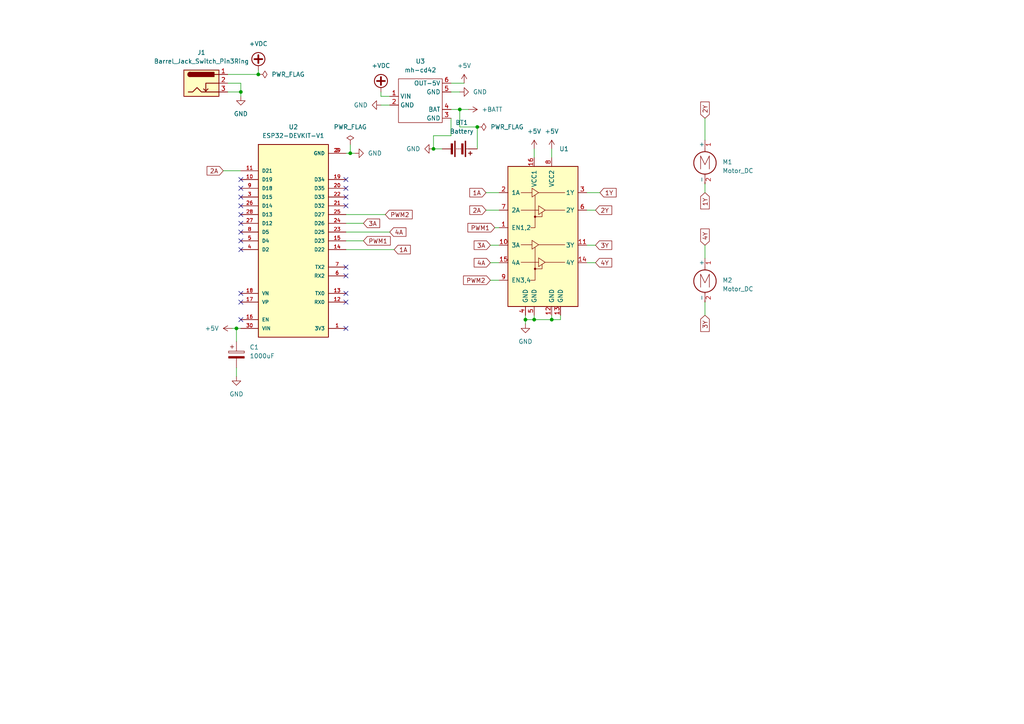
<source format=kicad_sch>
(kicad_sch (version 20230121) (generator eeschema)

  (uuid d75c6b62-2d52-4dbb-9f8c-ee0a240f9ddc)

  (paper "A4")

  (lib_symbols
    (symbol "Connector:Barrel_Jack_Switch_Pin3Ring" (pin_names hide) (in_bom yes) (on_board yes)
      (property "Reference" "J" (at 0 5.334 0)
        (effects (font (size 1.27 1.27)))
      )
      (property "Value" "Barrel_Jack_Switch_Pin3Ring" (at 0 -5.08 0)
        (effects (font (size 1.27 1.27)))
      )
      (property "Footprint" "" (at 1.27 -1.016 0)
        (effects (font (size 1.27 1.27)) hide)
      )
      (property "Datasheet" "~" (at 1.27 -1.016 0)
        (effects (font (size 1.27 1.27)) hide)
      )
      (property "ki_keywords" "DC power barrel jack connector" (at 0 0 0)
        (effects (font (size 1.27 1.27)) hide)
      )
      (property "ki_description" "DC Barrel Jack with an internal switch" (at 0 0 0)
        (effects (font (size 1.27 1.27)) hide)
      )
      (property "ki_fp_filters" "BarrelJack*" (at 0 0 0)
        (effects (font (size 1.27 1.27)) hide)
      )
      (symbol "Barrel_Jack_Switch_Pin3Ring_0_1"
        (rectangle (start -5.08 3.81) (end 5.08 -3.81)
          (stroke (width 0.254) (type default))
          (fill (type background))
        )
        (arc (start -3.302 3.175) (mid -3.9343 2.54) (end -3.302 1.905)
          (stroke (width 0.254) (type default))
          (fill (type none))
        )
        (arc (start -3.302 3.175) (mid -3.9343 2.54) (end -3.302 1.905)
          (stroke (width 0.254) (type default))
          (fill (type outline))
        )
        (polyline
          (pts
            (xy 1.27 -2.286)
            (xy 1.905 -1.651)
          )
          (stroke (width 0.254) (type default))
          (fill (type none))
        )
        (polyline
          (pts
            (xy 5.08 2.54)
            (xy 3.81 2.54)
          )
          (stroke (width 0.254) (type default))
          (fill (type none))
        )
        (polyline
          (pts
            (xy 5.08 0)
            (xy 1.27 0)
            (xy 1.27 -2.286)
            (xy 0.635 -1.651)
          )
          (stroke (width 0.254) (type default))
          (fill (type none))
        )
        (polyline
          (pts
            (xy -3.81 -2.54)
            (xy -2.54 -2.54)
            (xy -1.27 -1.27)
            (xy 0 -2.54)
            (xy 2.54 -2.54)
            (xy 5.08 -2.54)
          )
          (stroke (width 0.254) (type default))
          (fill (type none))
        )
        (rectangle (start 3.683 3.175) (end -3.302 1.905)
          (stroke (width 0.254) (type default))
          (fill (type outline))
        )
      )
      (symbol "Barrel_Jack_Switch_Pin3Ring_1_1"
        (pin passive line (at 7.62 2.54 180) (length 2.54)
          (name "~" (effects (font (size 1.27 1.27))))
          (number "1" (effects (font (size 1.27 1.27))))
        )
        (pin passive line (at 7.62 0 180) (length 2.54)
          (name "~" (effects (font (size 1.27 1.27))))
          (number "2" (effects (font (size 1.27 1.27))))
        )
        (pin passive line (at 7.62 -2.54 180) (length 2.54)
          (name "~" (effects (font (size 1.27 1.27))))
          (number "3" (effects (font (size 1.27 1.27))))
        )
      )
    )
    (symbol "Device:Battery" (pin_numbers hide) (pin_names (offset 0) hide) (in_bom yes) (on_board yes)
      (property "Reference" "BT" (at 2.54 2.54 0)
        (effects (font (size 1.27 1.27)) (justify left))
      )
      (property "Value" "Battery" (at 2.54 0 0)
        (effects (font (size 1.27 1.27)) (justify left))
      )
      (property "Footprint" "" (at 0 1.524 90)
        (effects (font (size 1.27 1.27)) hide)
      )
      (property "Datasheet" "~" (at 0 1.524 90)
        (effects (font (size 1.27 1.27)) hide)
      )
      (property "ki_keywords" "batt voltage-source cell" (at 0 0 0)
        (effects (font (size 1.27 1.27)) hide)
      )
      (property "ki_description" "Multiple-cell battery" (at 0 0 0)
        (effects (font (size 1.27 1.27)) hide)
      )
      (symbol "Battery_0_1"
        (rectangle (start -2.286 -1.27) (end 2.286 -1.524)
          (stroke (width 0) (type default))
          (fill (type outline))
        )
        (rectangle (start -2.286 1.778) (end 2.286 1.524)
          (stroke (width 0) (type default))
          (fill (type outline))
        )
        (rectangle (start -1.524 -2.032) (end 1.524 -2.54)
          (stroke (width 0) (type default))
          (fill (type outline))
        )
        (rectangle (start -1.524 1.016) (end 1.524 0.508)
          (stroke (width 0) (type default))
          (fill (type outline))
        )
        (polyline
          (pts
            (xy 0 -1.016)
            (xy 0 -0.762)
          )
          (stroke (width 0) (type default))
          (fill (type none))
        )
        (polyline
          (pts
            (xy 0 -0.508)
            (xy 0 -0.254)
          )
          (stroke (width 0) (type default))
          (fill (type none))
        )
        (polyline
          (pts
            (xy 0 0)
            (xy 0 0.254)
          )
          (stroke (width 0) (type default))
          (fill (type none))
        )
        (polyline
          (pts
            (xy 0 1.778)
            (xy 0 2.54)
          )
          (stroke (width 0) (type default))
          (fill (type none))
        )
        (polyline
          (pts
            (xy 0.762 3.048)
            (xy 1.778 3.048)
          )
          (stroke (width 0.254) (type default))
          (fill (type none))
        )
        (polyline
          (pts
            (xy 1.27 3.556)
            (xy 1.27 2.54)
          )
          (stroke (width 0.254) (type default))
          (fill (type none))
        )
      )
      (symbol "Battery_1_1"
        (pin passive line (at 0 5.08 270) (length 2.54)
          (name "+" (effects (font (size 1.27 1.27))))
          (number "1" (effects (font (size 1.27 1.27))))
        )
        (pin passive line (at 0 -5.08 90) (length 2.54)
          (name "-" (effects (font (size 1.27 1.27))))
          (number "2" (effects (font (size 1.27 1.27))))
        )
      )
    )
    (symbol "Device:C_Polarized" (pin_numbers hide) (pin_names (offset 0.254)) (in_bom yes) (on_board yes)
      (property "Reference" "C" (at 0.635 2.54 0)
        (effects (font (size 1.27 1.27)) (justify left))
      )
      (property "Value" "C_Polarized" (at 0.635 -2.54 0)
        (effects (font (size 1.27 1.27)) (justify left))
      )
      (property "Footprint" "" (at 0.9652 -3.81 0)
        (effects (font (size 1.27 1.27)) hide)
      )
      (property "Datasheet" "~" (at 0 0 0)
        (effects (font (size 1.27 1.27)) hide)
      )
      (property "ki_keywords" "cap capacitor" (at 0 0 0)
        (effects (font (size 1.27 1.27)) hide)
      )
      (property "ki_description" "Polarized capacitor" (at 0 0 0)
        (effects (font (size 1.27 1.27)) hide)
      )
      (property "ki_fp_filters" "CP_*" (at 0 0 0)
        (effects (font (size 1.27 1.27)) hide)
      )
      (symbol "C_Polarized_0_1"
        (rectangle (start -2.286 0.508) (end 2.286 1.016)
          (stroke (width 0) (type default))
          (fill (type none))
        )
        (polyline
          (pts
            (xy -1.778 2.286)
            (xy -0.762 2.286)
          )
          (stroke (width 0) (type default))
          (fill (type none))
        )
        (polyline
          (pts
            (xy -1.27 2.794)
            (xy -1.27 1.778)
          )
          (stroke (width 0) (type default))
          (fill (type none))
        )
        (rectangle (start 2.286 -0.508) (end -2.286 -1.016)
          (stroke (width 0) (type default))
          (fill (type outline))
        )
      )
      (symbol "C_Polarized_1_1"
        (pin passive line (at 0 3.81 270) (length 2.794)
          (name "~" (effects (font (size 1.27 1.27))))
          (number "1" (effects (font (size 1.27 1.27))))
        )
        (pin passive line (at 0 -3.81 90) (length 2.794)
          (name "~" (effects (font (size 1.27 1.27))))
          (number "2" (effects (font (size 1.27 1.27))))
        )
      )
    )
    (symbol "Driver_Motor:L293D" (pin_names (offset 1.016)) (in_bom yes) (on_board yes)
      (property "Reference" "U" (at -5.08 26.035 0)
        (effects (font (size 1.27 1.27)) (justify right))
      )
      (property "Value" "L293D" (at -5.08 24.13 0)
        (effects (font (size 1.27 1.27)) (justify right))
      )
      (property "Footprint" "Package_DIP:DIP-16_W7.62mm" (at 6.35 -19.05 0)
        (effects (font (size 1.27 1.27)) (justify left) hide)
      )
      (property "Datasheet" "http://www.ti.com/lit/ds/symlink/l293.pdf" (at -7.62 17.78 0)
        (effects (font (size 1.27 1.27)) hide)
      )
      (property "ki_keywords" "Half-H Driver Motor" (at 0 0 0)
        (effects (font (size 1.27 1.27)) hide)
      )
      (property "ki_description" "Quadruple Half-H Drivers" (at 0 0 0)
        (effects (font (size 1.27 1.27)) hide)
      )
      (property "ki_fp_filters" "DIP*W7.62mm*" (at 0 0 0)
        (effects (font (size 1.27 1.27)) hide)
      )
      (symbol "L293D_0_1"
        (rectangle (start -10.16 22.86) (end 10.16 -17.78)
          (stroke (width 0.254) (type default))
          (fill (type background))
        )
        (circle (center -2.286 -6.858) (radius 0.254)
          (stroke (width 0) (type default))
          (fill (type outline))
        )
        (circle (center -2.286 8.255) (radius 0.254)
          (stroke (width 0) (type default))
          (fill (type outline))
        )
        (polyline
          (pts
            (xy -6.35 -4.953)
            (xy -1.27 -4.953)
          )
          (stroke (width 0) (type default))
          (fill (type none))
        )
        (polyline
          (pts
            (xy -6.35 0.127)
            (xy -3.175 0.127)
          )
          (stroke (width 0) (type default))
          (fill (type none))
        )
        (polyline
          (pts
            (xy -6.35 10.16)
            (xy -1.27 10.16)
          )
          (stroke (width 0) (type default))
          (fill (type none))
        )
        (polyline
          (pts
            (xy -6.35 15.24)
            (xy -3.175 15.24)
          )
          (stroke (width 0) (type default))
          (fill (type none))
        )
        (polyline
          (pts
            (xy -1.27 0.127)
            (xy 6.35 0.127)
          )
          (stroke (width 0) (type default))
          (fill (type none))
        )
        (polyline
          (pts
            (xy -1.27 15.24)
            (xy 6.35 15.24)
          )
          (stroke (width 0) (type default))
          (fill (type none))
        )
        (polyline
          (pts
            (xy 0.635 -4.953)
            (xy 6.35 -4.953)
          )
          (stroke (width 0) (type default))
          (fill (type none))
        )
        (polyline
          (pts
            (xy 0.635 10.16)
            (xy 6.35 10.16)
          )
          (stroke (width 0) (type default))
          (fill (type none))
        )
        (polyline
          (pts
            (xy -2.286 -6.858)
            (xy -0.254 -6.858)
            (xy -0.254 -5.588)
          )
          (stroke (width 0) (type default))
          (fill (type none))
        )
        (polyline
          (pts
            (xy -2.286 -0.635)
            (xy -2.286 -10.16)
            (xy -3.556 -10.16)
          )
          (stroke (width 0) (type default))
          (fill (type none))
        )
        (polyline
          (pts
            (xy -2.286 8.255)
            (xy -0.254 8.255)
            (xy -0.254 9.525)
          )
          (stroke (width 0) (type default))
          (fill (type none))
        )
        (polyline
          (pts
            (xy -2.286 14.478)
            (xy -2.286 5.08)
            (xy -3.556 5.08)
          )
          (stroke (width 0) (type default))
          (fill (type none))
        )
        (polyline
          (pts
            (xy -3.175 1.397)
            (xy -3.175 -1.143)
            (xy -1.27 0.127)
            (xy -3.175 1.397)
          )
          (stroke (width 0) (type default))
          (fill (type none))
        )
        (polyline
          (pts
            (xy -3.175 16.51)
            (xy -3.175 13.97)
            (xy -1.27 15.24)
            (xy -3.175 16.51)
          )
          (stroke (width 0) (type default))
          (fill (type none))
        )
        (polyline
          (pts
            (xy -1.27 -3.683)
            (xy -1.27 -6.223)
            (xy 0.635 -4.953)
            (xy -1.27 -3.683)
          )
          (stroke (width 0) (type default))
          (fill (type none))
        )
        (polyline
          (pts
            (xy -1.27 11.43)
            (xy -1.27 8.89)
            (xy 0.635 10.16)
            (xy -1.27 11.43)
          )
          (stroke (width 0) (type default))
          (fill (type none))
        )
      )
      (symbol "L293D_1_1"
        (pin input line (at -12.7 5.08 0) (length 2.54)
          (name "EN1,2" (effects (font (size 1.27 1.27))))
          (number "1" (effects (font (size 1.27 1.27))))
        )
        (pin input line (at -12.7 0 0) (length 2.54)
          (name "3A" (effects (font (size 1.27 1.27))))
          (number "10" (effects (font (size 1.27 1.27))))
        )
        (pin output line (at 12.7 0 180) (length 2.54)
          (name "3Y" (effects (font (size 1.27 1.27))))
          (number "11" (effects (font (size 1.27 1.27))))
        )
        (pin power_in line (at 2.54 -20.32 90) (length 2.54)
          (name "GND" (effects (font (size 1.27 1.27))))
          (number "12" (effects (font (size 1.27 1.27))))
        )
        (pin power_in line (at 5.08 -20.32 90) (length 2.54)
          (name "GND" (effects (font (size 1.27 1.27))))
          (number "13" (effects (font (size 1.27 1.27))))
        )
        (pin output line (at 12.7 -5.08 180) (length 2.54)
          (name "4Y" (effects (font (size 1.27 1.27))))
          (number "14" (effects (font (size 1.27 1.27))))
        )
        (pin input line (at -12.7 -5.08 0) (length 2.54)
          (name "4A" (effects (font (size 1.27 1.27))))
          (number "15" (effects (font (size 1.27 1.27))))
        )
        (pin power_in line (at -2.54 25.4 270) (length 2.54)
          (name "VCC1" (effects (font (size 1.27 1.27))))
          (number "16" (effects (font (size 1.27 1.27))))
        )
        (pin input line (at -12.7 15.24 0) (length 2.54)
          (name "1A" (effects (font (size 1.27 1.27))))
          (number "2" (effects (font (size 1.27 1.27))))
        )
        (pin output line (at 12.7 15.24 180) (length 2.54)
          (name "1Y" (effects (font (size 1.27 1.27))))
          (number "3" (effects (font (size 1.27 1.27))))
        )
        (pin power_in line (at -5.08 -20.32 90) (length 2.54)
          (name "GND" (effects (font (size 1.27 1.27))))
          (number "4" (effects (font (size 1.27 1.27))))
        )
        (pin power_in line (at -2.54 -20.32 90) (length 2.54)
          (name "GND" (effects (font (size 1.27 1.27))))
          (number "5" (effects (font (size 1.27 1.27))))
        )
        (pin output line (at 12.7 10.16 180) (length 2.54)
          (name "2Y" (effects (font (size 1.27 1.27))))
          (number "6" (effects (font (size 1.27 1.27))))
        )
        (pin input line (at -12.7 10.16 0) (length 2.54)
          (name "2A" (effects (font (size 1.27 1.27))))
          (number "7" (effects (font (size 1.27 1.27))))
        )
        (pin power_in line (at 2.54 25.4 270) (length 2.54)
          (name "VCC2" (effects (font (size 1.27 1.27))))
          (number "8" (effects (font (size 1.27 1.27))))
        )
        (pin input line (at -12.7 -10.16 0) (length 2.54)
          (name "EN3,4" (effects (font (size 1.27 1.27))))
          (number "9" (effects (font (size 1.27 1.27))))
        )
      )
    )
    (symbol "ESP32-DEVKIT-V1:ESP32-DEVKIT-V1" (pin_names (offset 1.016)) (in_bom yes) (on_board yes)
      (property "Reference" "U" (at -10.16 30.48 0)
        (effects (font (size 1.27 1.27)) (justify left top))
      )
      (property "Value" "ESP32-DEVKIT-V1" (at -10.16 -30.48 0)
        (effects (font (size 1.27 1.27)) (justify left bottom))
      )
      (property "Footprint" "ESP32-DEVKIT-V1:MODULE_ESP32_DEVKIT_V1" (at 0 0 0)
        (effects (font (size 1.27 1.27)) (justify bottom) hide)
      )
      (property "Datasheet" "" (at 0 0 0)
        (effects (font (size 1.27 1.27)) hide)
      )
      (property "MF" "Do it" (at 0 0 0)
        (effects (font (size 1.27 1.27)) (justify bottom) hide)
      )
      (property "MAXIMUM_PACKAGE_HEIGHT" "6.8 mm" (at 0 0 0)
        (effects (font (size 1.27 1.27)) (justify bottom) hide)
      )
      (property "Package" "None" (at 0 0 0)
        (effects (font (size 1.27 1.27)) (justify bottom) hide)
      )
      (property "Price" "None" (at 0 0 0)
        (effects (font (size 1.27 1.27)) (justify bottom) hide)
      )
      (property "Check_prices" "https://www.snapeda.com/parts/ESP32-DEVKIT-V1/Do+it/view-part/?ref=eda" (at 0 0 0)
        (effects (font (size 1.27 1.27)) (justify bottom) hide)
      )
      (property "STANDARD" "Manufacturer Recommendations" (at 0 0 0)
        (effects (font (size 1.27 1.27)) (justify bottom) hide)
      )
      (property "PARTREV" "N/A" (at 0 0 0)
        (effects (font (size 1.27 1.27)) (justify bottom) hide)
      )
      (property "SnapEDA_Link" "https://www.snapeda.com/parts/ESP32-DEVKIT-V1/Do+it/view-part/?ref=snap" (at 0 0 0)
        (effects (font (size 1.27 1.27)) (justify bottom) hide)
      )
      (property "MP" "ESP32-DEVKIT-V1" (at 0 0 0)
        (effects (font (size 1.27 1.27)) (justify bottom) hide)
      )
      (property "Description" "Doble núcleo, Wi-Fi: 2,4 GHz hasta 150 Mbits/s, BLE (Bluetooth Low Energy) y Bluetooth heredado, 32 bits, hasta 240 MHz" (at 0 0 0)
        (effects (font (size 1.27 1.27)) (justify bottom) hide)
      )
      (property "Availability" "Not in stock" (at 0 0 0)
        (effects (font (size 1.27 1.27)) (justify bottom) hide)
      )
      (property "MANUFACTURER" "DOIT" (at 0 0 0)
        (effects (font (size 1.27 1.27)) (justify bottom) hide)
      )
      (symbol "ESP32-DEVKIT-V1_0_0"
        (rectangle (start -10.16 -27.94) (end 10.16 27.94)
          (stroke (width 0.254) (type default))
          (fill (type background))
        )
        (pin output line (at 15.24 25.4 180) (length 5.08)
          (name "3V3" (effects (font (size 1.016 1.016))))
          (number "1" (effects (font (size 1.016 1.016))))
        )
        (pin bidirectional line (at -15.24 -17.78 0) (length 5.08)
          (name "D19" (effects (font (size 1.016 1.016))))
          (number "10" (effects (font (size 1.016 1.016))))
        )
        (pin bidirectional line (at -15.24 -20.32 0) (length 5.08)
          (name "D21" (effects (font (size 1.016 1.016))))
          (number "11" (effects (font (size 1.016 1.016))))
        )
        (pin input line (at 15.24 17.78 180) (length 5.08)
          (name "RX0" (effects (font (size 1.016 1.016))))
          (number "12" (effects (font (size 1.016 1.016))))
        )
        (pin output line (at 15.24 15.24 180) (length 5.08)
          (name "TX0" (effects (font (size 1.016 1.016))))
          (number "13" (effects (font (size 1.016 1.016))))
        )
        (pin bidirectional line (at 15.24 2.54 180) (length 5.08)
          (name "D22" (effects (font (size 1.016 1.016))))
          (number "14" (effects (font (size 1.016 1.016))))
        )
        (pin bidirectional line (at 15.24 0 180) (length 5.08)
          (name "D23" (effects (font (size 1.016 1.016))))
          (number "15" (effects (font (size 1.016 1.016))))
        )
        (pin input line (at -15.24 22.86 0) (length 5.08)
          (name "EN" (effects (font (size 1.016 1.016))))
          (number "16" (effects (font (size 1.016 1.016))))
        )
        (pin bidirectional line (at -15.24 17.78 0) (length 5.08)
          (name "VP" (effects (font (size 1.016 1.016))))
          (number "17" (effects (font (size 1.016 1.016))))
        )
        (pin bidirectional line (at -15.24 15.24 0) (length 5.08)
          (name "VN" (effects (font (size 1.016 1.016))))
          (number "18" (effects (font (size 1.016 1.016))))
        )
        (pin bidirectional line (at 15.24 -17.78 180) (length 5.08)
          (name "D34" (effects (font (size 1.016 1.016))))
          (number "19" (effects (font (size 1.016 1.016))))
        )
        (pin power_in line (at 15.24 -25.4 180) (length 5.08)
          (name "GND" (effects (font (size 1.016 1.016))))
          (number "2" (effects (font (size 1.016 1.016))))
        )
        (pin bidirectional line (at 15.24 -15.24 180) (length 5.08)
          (name "D35" (effects (font (size 1.016 1.016))))
          (number "20" (effects (font (size 1.016 1.016))))
        )
        (pin bidirectional line (at 15.24 -10.16 180) (length 5.08)
          (name "D32" (effects (font (size 1.016 1.016))))
          (number "21" (effects (font (size 1.016 1.016))))
        )
        (pin bidirectional line (at 15.24 -12.7 180) (length 5.08)
          (name "D33" (effects (font (size 1.016 1.016))))
          (number "22" (effects (font (size 1.016 1.016))))
        )
        (pin bidirectional line (at 15.24 -2.54 180) (length 5.08)
          (name "D25" (effects (font (size 1.016 1.016))))
          (number "23" (effects (font (size 1.016 1.016))))
        )
        (pin bidirectional line (at 15.24 -5.08 180) (length 5.08)
          (name "D26" (effects (font (size 1.016 1.016))))
          (number "24" (effects (font (size 1.016 1.016))))
        )
        (pin bidirectional line (at 15.24 -7.62 180) (length 5.08)
          (name "D27" (effects (font (size 1.016 1.016))))
          (number "25" (effects (font (size 1.016 1.016))))
        )
        (pin bidirectional line (at -15.24 -10.16 0) (length 5.08)
          (name "D14" (effects (font (size 1.016 1.016))))
          (number "26" (effects (font (size 1.016 1.016))))
        )
        (pin bidirectional line (at -15.24 -5.08 0) (length 5.08)
          (name "D12" (effects (font (size 1.016 1.016))))
          (number "27" (effects (font (size 1.016 1.016))))
        )
        (pin bidirectional line (at -15.24 -7.62 0) (length 5.08)
          (name "D13" (effects (font (size 1.016 1.016))))
          (number "28" (effects (font (size 1.016 1.016))))
        )
        (pin power_in line (at 15.24 -25.4 180) (length 5.08)
          (name "GND" (effects (font (size 1.016 1.016))))
          (number "29" (effects (font (size 1.016 1.016))))
        )
        (pin bidirectional line (at -15.24 -12.7 0) (length 5.08)
          (name "D15" (effects (font (size 1.016 1.016))))
          (number "3" (effects (font (size 1.016 1.016))))
        )
        (pin input line (at -15.24 25.4 0) (length 5.08)
          (name "VIN" (effects (font (size 1.016 1.016))))
          (number "30" (effects (font (size 1.016 1.016))))
        )
        (pin bidirectional line (at -15.24 2.54 0) (length 5.08)
          (name "D2" (effects (font (size 1.016 1.016))))
          (number "4" (effects (font (size 1.016 1.016))))
        )
        (pin bidirectional line (at -15.24 0 0) (length 5.08)
          (name "D4" (effects (font (size 1.016 1.016))))
          (number "5" (effects (font (size 1.016 1.016))))
        )
        (pin input line (at 15.24 10.16 180) (length 5.08)
          (name "RX2" (effects (font (size 1.016 1.016))))
          (number "6" (effects (font (size 1.016 1.016))))
        )
        (pin output line (at 15.24 7.62 180) (length 5.08)
          (name "TX2" (effects (font (size 1.016 1.016))))
          (number "7" (effects (font (size 1.016 1.016))))
        )
        (pin bidirectional line (at -15.24 -2.54 0) (length 5.08)
          (name "D5" (effects (font (size 1.016 1.016))))
          (number "8" (effects (font (size 1.016 1.016))))
        )
        (pin bidirectional line (at -15.24 -15.24 0) (length 5.08)
          (name "D18" (effects (font (size 1.016 1.016))))
          (number "9" (effects (font (size 1.016 1.016))))
        )
      )
    )
    (symbol "Motor:Motor_DC" (pin_names (offset 0)) (in_bom yes) (on_board yes)
      (property "Reference" "M" (at 2.54 2.54 0)
        (effects (font (size 1.27 1.27)) (justify left))
      )
      (property "Value" "Motor_DC" (at 2.54 -5.08 0)
        (effects (font (size 1.27 1.27)) (justify left top))
      )
      (property "Footprint" "" (at 0 -2.286 0)
        (effects (font (size 1.27 1.27)) hide)
      )
      (property "Datasheet" "~" (at 0 -2.286 0)
        (effects (font (size 1.27 1.27)) hide)
      )
      (property "ki_keywords" "DC Motor" (at 0 0 0)
        (effects (font (size 1.27 1.27)) hide)
      )
      (property "ki_description" "DC Motor" (at 0 0 0)
        (effects (font (size 1.27 1.27)) hide)
      )
      (property "ki_fp_filters" "PinHeader*P2.54mm* TerminalBlock*" (at 0 0 0)
        (effects (font (size 1.27 1.27)) hide)
      )
      (symbol "Motor_DC_0_0"
        (polyline
          (pts
            (xy -1.27 -3.302)
            (xy -1.27 0.508)
            (xy 0 -2.032)
            (xy 1.27 0.508)
            (xy 1.27 -3.302)
          )
          (stroke (width 0) (type default))
          (fill (type none))
        )
      )
      (symbol "Motor_DC_0_1"
        (circle (center 0 -1.524) (radius 3.2512)
          (stroke (width 0.254) (type default))
          (fill (type none))
        )
        (polyline
          (pts
            (xy 0 -7.62)
            (xy 0 -7.112)
          )
          (stroke (width 0) (type default))
          (fill (type none))
        )
        (polyline
          (pts
            (xy 0 -4.7752)
            (xy 0 -5.1816)
          )
          (stroke (width 0) (type default))
          (fill (type none))
        )
        (polyline
          (pts
            (xy 0 1.7272)
            (xy 0 2.0828)
          )
          (stroke (width 0) (type default))
          (fill (type none))
        )
        (polyline
          (pts
            (xy 0 2.032)
            (xy 0 2.54)
          )
          (stroke (width 0) (type default))
          (fill (type none))
        )
      )
      (symbol "Motor_DC_1_1"
        (pin passive line (at 0 5.08 270) (length 2.54)
          (name "+" (effects (font (size 1.27 1.27))))
          (number "1" (effects (font (size 1.27 1.27))))
        )
        (pin passive line (at 0 -7.62 90) (length 2.54)
          (name "-" (effects (font (size 1.27 1.27))))
          (number "2" (effects (font (size 1.27 1.27))))
        )
      )
    )
    (symbol "cd42:mh-cd42" (in_bom yes) (on_board yes)
      (property "Reference" "U" (at 0 7.62 0)
        (effects (font (size 1.27 1.27)))
      )
      (property "Value" "mh-cd42" (at 0 -7.62 0)
        (effects (font (size 1.27 1.27)))
      )
      (property "Footprint" "" (at -1.27 5.08 0)
        (effects (font (size 1.27 1.27)) hide)
      )
      (property "Datasheet" "" (at -1.27 5.08 0)
        (effects (font (size 1.27 1.27)) hide)
      )
      (symbol "mh-cd42_0_1"
        (rectangle (start -6.35 6.35) (end 6.35 -6.35)
          (stroke (width 0) (type default))
          (fill (type none))
        )
      )
      (symbol "mh-cd42_1_1"
        (pin power_in line (at -8.89 1.27 0) (length 2.54)
          (name "VIN" (effects (font (size 1.27 1.27))))
          (number "1" (effects (font (size 1.27 1.27))))
        )
        (pin passive line (at -8.89 -1.27 0) (length 2.54)
          (name "GND" (effects (font (size 1.27 1.27))))
          (number "2" (effects (font (size 1.27 1.27))))
        )
        (pin passive line (at 8.89 -5.08 180) (length 2.54)
          (name "GND" (effects (font (size 1.27 1.27))))
          (number "3" (effects (font (size 1.27 1.27))))
        )
        (pin passive line (at 8.89 -2.54 180) (length 2.54)
          (name "BAT" (effects (font (size 1.27 1.27))))
          (number "4" (effects (font (size 1.27 1.27))))
        )
        (pin passive line (at 8.89 2.54 180) (length 2.54)
          (name "GND" (effects (font (size 1.27 1.27))))
          (number "5" (effects (font (size 1.27 1.27))))
        )
        (pin power_out line (at 8.89 5.08 180) (length 2.54)
          (name "OUT-5V" (effects (font (size 1.27 1.27))))
          (number "6" (effects (font (size 1.27 1.27))))
        )
      )
    )
    (symbol "power:+5V" (power) (pin_names (offset 0)) (in_bom yes) (on_board yes)
      (property "Reference" "#PWR" (at 0 -3.81 0)
        (effects (font (size 1.27 1.27)) hide)
      )
      (property "Value" "+5V" (at 0 3.556 0)
        (effects (font (size 1.27 1.27)))
      )
      (property "Footprint" "" (at 0 0 0)
        (effects (font (size 1.27 1.27)) hide)
      )
      (property "Datasheet" "" (at 0 0 0)
        (effects (font (size 1.27 1.27)) hide)
      )
      (property "ki_keywords" "global power" (at 0 0 0)
        (effects (font (size 1.27 1.27)) hide)
      )
      (property "ki_description" "Power symbol creates a global label with name \"+5V\"" (at 0 0 0)
        (effects (font (size 1.27 1.27)) hide)
      )
      (symbol "+5V_0_1"
        (polyline
          (pts
            (xy -0.762 1.27)
            (xy 0 2.54)
          )
          (stroke (width 0) (type default))
          (fill (type none))
        )
        (polyline
          (pts
            (xy 0 0)
            (xy 0 2.54)
          )
          (stroke (width 0) (type default))
          (fill (type none))
        )
        (polyline
          (pts
            (xy 0 2.54)
            (xy 0.762 1.27)
          )
          (stroke (width 0) (type default))
          (fill (type none))
        )
      )
      (symbol "+5V_1_1"
        (pin power_in line (at 0 0 90) (length 0) hide
          (name "+5V" (effects (font (size 1.27 1.27))))
          (number "1" (effects (font (size 1.27 1.27))))
        )
      )
    )
    (symbol "power:+BATT" (power) (pin_names (offset 0)) (in_bom yes) (on_board yes)
      (property "Reference" "#PWR" (at 0 -3.81 0)
        (effects (font (size 1.27 1.27)) hide)
      )
      (property "Value" "+BATT" (at 0 3.556 0)
        (effects (font (size 1.27 1.27)))
      )
      (property "Footprint" "" (at 0 0 0)
        (effects (font (size 1.27 1.27)) hide)
      )
      (property "Datasheet" "" (at 0 0 0)
        (effects (font (size 1.27 1.27)) hide)
      )
      (property "ki_keywords" "global power battery" (at 0 0 0)
        (effects (font (size 1.27 1.27)) hide)
      )
      (property "ki_description" "Power symbol creates a global label with name \"+BATT\"" (at 0 0 0)
        (effects (font (size 1.27 1.27)) hide)
      )
      (symbol "+BATT_0_1"
        (polyline
          (pts
            (xy -0.762 1.27)
            (xy 0 2.54)
          )
          (stroke (width 0) (type default))
          (fill (type none))
        )
        (polyline
          (pts
            (xy 0 0)
            (xy 0 2.54)
          )
          (stroke (width 0) (type default))
          (fill (type none))
        )
        (polyline
          (pts
            (xy 0 2.54)
            (xy 0.762 1.27)
          )
          (stroke (width 0) (type default))
          (fill (type none))
        )
      )
      (symbol "+BATT_1_1"
        (pin power_in line (at 0 0 90) (length 0) hide
          (name "+BATT" (effects (font (size 1.27 1.27))))
          (number "1" (effects (font (size 1.27 1.27))))
        )
      )
    )
    (symbol "power:+VDC" (power) (pin_names (offset 0)) (in_bom yes) (on_board yes)
      (property "Reference" "#PWR" (at 0 -2.54 0)
        (effects (font (size 1.27 1.27)) hide)
      )
      (property "Value" "+VDC" (at 0 6.35 0)
        (effects (font (size 1.27 1.27)))
      )
      (property "Footprint" "" (at 0 0 0)
        (effects (font (size 1.27 1.27)) hide)
      )
      (property "Datasheet" "" (at 0 0 0)
        (effects (font (size 1.27 1.27)) hide)
      )
      (property "ki_keywords" "global power" (at 0 0 0)
        (effects (font (size 1.27 1.27)) hide)
      )
      (property "ki_description" "Power symbol creates a global label with name \"+VDC\"" (at 0 0 0)
        (effects (font (size 1.27 1.27)) hide)
      )
      (symbol "+VDC_0_1"
        (polyline
          (pts
            (xy -1.143 3.175)
            (xy 1.143 3.175)
          )
          (stroke (width 0.508) (type default))
          (fill (type none))
        )
        (polyline
          (pts
            (xy 0 0)
            (xy 0 1.27)
          )
          (stroke (width 0) (type default))
          (fill (type none))
        )
        (polyline
          (pts
            (xy 0 2.032)
            (xy 0 4.318)
          )
          (stroke (width 0.508) (type default))
          (fill (type none))
        )
        (circle (center 0 3.175) (radius 1.905)
          (stroke (width 0.254) (type default))
          (fill (type none))
        )
      )
      (symbol "+VDC_1_1"
        (pin power_in line (at 0 0 90) (length 0) hide
          (name "+VDC" (effects (font (size 1.27 1.27))))
          (number "1" (effects (font (size 1.27 1.27))))
        )
      )
    )
    (symbol "power:GND" (power) (pin_names (offset 0)) (in_bom yes) (on_board yes)
      (property "Reference" "#PWR" (at 0 -6.35 0)
        (effects (font (size 1.27 1.27)) hide)
      )
      (property "Value" "GND" (at 0 -3.81 0)
        (effects (font (size 1.27 1.27)))
      )
      (property "Footprint" "" (at 0 0 0)
        (effects (font (size 1.27 1.27)) hide)
      )
      (property "Datasheet" "" (at 0 0 0)
        (effects (font (size 1.27 1.27)) hide)
      )
      (property "ki_keywords" "global power" (at 0 0 0)
        (effects (font (size 1.27 1.27)) hide)
      )
      (property "ki_description" "Power symbol creates a global label with name \"GND\" , ground" (at 0 0 0)
        (effects (font (size 1.27 1.27)) hide)
      )
      (symbol "GND_0_1"
        (polyline
          (pts
            (xy 0 0)
            (xy 0 -1.27)
            (xy 1.27 -1.27)
            (xy 0 -2.54)
            (xy -1.27 -1.27)
            (xy 0 -1.27)
          )
          (stroke (width 0) (type default))
          (fill (type none))
        )
      )
      (symbol "GND_1_1"
        (pin power_in line (at 0 0 270) (length 0) hide
          (name "GND" (effects (font (size 1.27 1.27))))
          (number "1" (effects (font (size 1.27 1.27))))
        )
      )
    )
    (symbol "power:PWR_FLAG" (power) (pin_numbers hide) (pin_names (offset 0) hide) (in_bom yes) (on_board yes)
      (property "Reference" "#FLG" (at 0 1.905 0)
        (effects (font (size 1.27 1.27)) hide)
      )
      (property "Value" "PWR_FLAG" (at 0 3.81 0)
        (effects (font (size 1.27 1.27)))
      )
      (property "Footprint" "" (at 0 0 0)
        (effects (font (size 1.27 1.27)) hide)
      )
      (property "Datasheet" "~" (at 0 0 0)
        (effects (font (size 1.27 1.27)) hide)
      )
      (property "ki_keywords" "flag power" (at 0 0 0)
        (effects (font (size 1.27 1.27)) hide)
      )
      (property "ki_description" "Special symbol for telling ERC where power comes from" (at 0 0 0)
        (effects (font (size 1.27 1.27)) hide)
      )
      (symbol "PWR_FLAG_0_0"
        (pin power_out line (at 0 0 90) (length 0)
          (name "pwr" (effects (font (size 1.27 1.27))))
          (number "1" (effects (font (size 1.27 1.27))))
        )
      )
      (symbol "PWR_FLAG_0_1"
        (polyline
          (pts
            (xy 0 0)
            (xy 0 1.27)
            (xy -1.016 1.905)
            (xy 0 2.54)
            (xy 1.016 1.905)
            (xy 0 1.27)
          )
          (stroke (width 0) (type default))
          (fill (type none))
        )
      )
    )
  )

  (junction (at 154.94 92.71) (diameter 0) (color 0 0 0 0)
    (uuid 15de19a1-2c97-4bef-8bbf-d33b2b600877)
  )
  (junction (at 74.93 21.59) (diameter 0) (color 0 0 0 0)
    (uuid 546f8a00-e18a-4f75-9e0d-98b52016cf0a)
  )
  (junction (at 138.43 36.83) (diameter 0) (color 0 0 0 0)
    (uuid 5fe89db2-3e3f-4ab5-8642-46d06f7a7f6c)
  )
  (junction (at 101.6 44.45) (diameter 0) (color 0 0 0 0)
    (uuid 644dfa67-6d04-46e0-ba73-bc5ea779a1da)
  )
  (junction (at 69.85 26.67) (diameter 0) (color 0 0 0 0)
    (uuid 69a3aac8-bd1f-4d7a-80d7-2135b568638e)
  )
  (junction (at 133.35 31.75) (diameter 0) (color 0 0 0 0)
    (uuid 6ceee72a-9aca-46e2-b897-c2c8f8ee45a2)
  )
  (junction (at 68.58 95.25) (diameter 0) (color 0 0 0 0)
    (uuid 8dfa6c35-fcf3-49f9-9d1e-81b03573e1aa)
  )
  (junction (at 160.02 92.71) (diameter 0) (color 0 0 0 0)
    (uuid b6edec35-d723-4c7d-b7a5-2c35de6f0ff0)
  )
  (junction (at 125.73 43.18) (diameter 0) (color 0 0 0 0)
    (uuid bec50c55-07ef-4895-b05f-e5e3b18f1244)
  )
  (junction (at 152.4 92.71) (diameter 0) (color 0 0 0 0)
    (uuid c8d47b69-4c95-47a2-862a-b869afe6118f)
  )

  (no_connect (at 69.85 54.61) (uuid 07ee778e-8d89-4408-b643-1c8acf30ea99))
  (no_connect (at 69.85 85.09) (uuid 0da10f55-3e15-437d-83f2-92e8769f2415))
  (no_connect (at 69.85 57.15) (uuid 179f030c-520c-4b11-b5cd-faf7619fcd13))
  (no_connect (at 100.33 95.25) (uuid 26d9b50c-0aab-4e8e-815c-2b971f2698c5))
  (no_connect (at 100.33 52.07) (uuid 2af4c3f4-a5cd-4401-aa1b-c8d5291d62a0))
  (no_connect (at 100.33 57.15) (uuid 4ac3e62e-8bd7-4830-bc2c-c52d20feecec))
  (no_connect (at 69.85 64.77) (uuid 5e9d0957-f49b-4754-b7fe-2109855a0bdf))
  (no_connect (at 100.33 54.61) (uuid 73c0cb61-15b4-452e-9fd4-d91be64fe957))
  (no_connect (at 69.85 87.63) (uuid 7882498f-4516-41c5-9421-3f7f966c29e4))
  (no_connect (at 69.85 59.69) (uuid 7a047554-b687-4905-bfa3-04be42891cc9))
  (no_connect (at 100.33 59.69) (uuid 7d719715-9444-4f1f-9f53-bc78a4f02e26))
  (no_connect (at 100.33 87.63) (uuid 8691d81e-3128-4133-8be3-1bc2a22ba93e))
  (no_connect (at 69.85 52.07) (uuid 8afb826d-e60c-4bc7-8f9b-5f389e0a7e53))
  (no_connect (at 69.85 67.31) (uuid b1ae8afa-4dd2-4b3f-bde7-e43adddabee6))
  (no_connect (at 69.85 62.23) (uuid b8253d63-e4ee-45a8-955b-ced35e755caf))
  (no_connect (at 69.85 69.85) (uuid c98c04eb-2c84-468b-b511-53f9dc0bf1c5))
  (no_connect (at 100.33 80.01) (uuid cbbe2bca-21af-4935-8cfd-022d39e943f5))
  (no_connect (at 100.33 77.47) (uuid d07f00bb-4ff9-4db7-ae4e-7e6035460466))
  (no_connect (at 69.85 72.39) (uuid e1710cbe-2718-498d-94a0-a15809b562f7))
  (no_connect (at 69.85 92.71) (uuid e3373a33-7783-4d88-af81-495d7caf4b4d))
  (no_connect (at 100.33 85.09) (uuid ed661293-f5c5-4884-b248-4aa6dbc12384))

  (wire (pts (xy 100.33 67.31) (xy 113.03 67.31))
    (stroke (width 0) (type default))
    (uuid 0070d6e4-3d18-4b96-bf1f-f70fa8343fc7)
  )
  (wire (pts (xy 111.76 62.23) (xy 100.33 62.23))
    (stroke (width 0) (type default))
    (uuid 00e3a79b-6d2f-4e62-9e96-b8e7326bdc7c)
  )
  (wire (pts (xy 74.93 20.32) (xy 74.93 21.59))
    (stroke (width 0) (type default))
    (uuid 01ccaf1d-3937-4703-8628-2b474ecce03e)
  )
  (wire (pts (xy 105.41 64.77) (xy 100.33 64.77))
    (stroke (width 0) (type default))
    (uuid 07ee15e7-e053-43e9-b8d1-eb1bc721231f)
  )
  (wire (pts (xy 125.73 39.37) (xy 130.81 39.37))
    (stroke (width 0) (type default))
    (uuid 10d1fc2c-97aa-4ef3-8755-fe28b85668b9)
  )
  (wire (pts (xy 74.93 21.59) (xy 66.04 21.59))
    (stroke (width 0) (type default))
    (uuid 121aec53-859f-4187-97b1-799441639a44)
  )
  (wire (pts (xy 130.81 24.13) (xy 134.62 24.13))
    (stroke (width 0) (type default))
    (uuid 17a9528c-2682-4d9c-8b20-c4b4dc86cc10)
  )
  (wire (pts (xy 130.81 31.75) (xy 133.35 31.75))
    (stroke (width 0) (type default))
    (uuid 1b5824e0-b8bd-489f-a434-8e8013fc4ec8)
  )
  (wire (pts (xy 130.81 39.37) (xy 130.81 34.29))
    (stroke (width 0) (type default))
    (uuid 2a1148d3-f887-4540-b130-40e018abfc6f)
  )
  (wire (pts (xy 133.35 31.75) (xy 133.35 36.83))
    (stroke (width 0) (type default))
    (uuid 2e81280e-c523-4e0a-9664-16b150499b6a)
  )
  (wire (pts (xy 101.6 44.45) (xy 102.87 44.45))
    (stroke (width 0) (type default))
    (uuid 34268480-235f-48b2-9e2e-80c2356dd7e1)
  )
  (wire (pts (xy 68.58 106.68) (xy 68.58 109.22))
    (stroke (width 0) (type default))
    (uuid 35a7f5ac-3860-4d6d-afda-c80c31e1806d)
  )
  (wire (pts (xy 138.43 36.83) (xy 138.43 43.18))
    (stroke (width 0) (type default))
    (uuid 375b724e-467f-4b9d-81a9-e67978f780ea)
  )
  (wire (pts (xy 64.77 49.53) (xy 69.85 49.53))
    (stroke (width 0) (type default))
    (uuid 3897c4ed-5788-4f53-a414-e4203d2f743b)
  )
  (wire (pts (xy 143.51 66.04) (xy 144.78 66.04))
    (stroke (width 0) (type default))
    (uuid 3b483d0b-f788-416e-91a7-870ccd5ecb97)
  )
  (wire (pts (xy 128.27 43.18) (xy 125.73 43.18))
    (stroke (width 0) (type default))
    (uuid 4699f135-1c64-4fed-ab66-b5ec34b4a299)
  )
  (wire (pts (xy 142.24 76.2) (xy 144.78 76.2))
    (stroke (width 0) (type default))
    (uuid 476d27c1-3ddf-42ef-a374-adbc99d87dd9)
  )
  (wire (pts (xy 204.47 87.63) (xy 204.47 91.44))
    (stroke (width 0) (type default))
    (uuid 4e8b7da2-92b9-42c0-bb5a-da844b538424)
  )
  (wire (pts (xy 68.58 95.25) (xy 68.58 99.06))
    (stroke (width 0) (type default))
    (uuid 50c91b96-02ae-4b97-92ca-a675a095dd60)
  )
  (wire (pts (xy 68.58 95.25) (xy 69.85 95.25))
    (stroke (width 0) (type default))
    (uuid 5b297acd-8684-427f-b351-384d9821a375)
  )
  (wire (pts (xy 66.04 26.67) (xy 69.85 26.67))
    (stroke (width 0) (type default))
    (uuid 5dc40018-cc72-4b23-af59-ef53359538d7)
  )
  (wire (pts (xy 133.35 31.75) (xy 135.89 31.75))
    (stroke (width 0) (type default))
    (uuid 6a5a61c4-4620-4b58-a948-e2a20431e492)
  )
  (wire (pts (xy 154.94 92.71) (xy 154.94 91.44))
    (stroke (width 0) (type default))
    (uuid 6ce3eae5-878e-42b7-91a1-6668456de4eb)
  )
  (wire (pts (xy 110.49 30.48) (xy 113.03 30.48))
    (stroke (width 0) (type default))
    (uuid 6ef35184-eb00-4643-971e-ba1acc8d01a4)
  )
  (wire (pts (xy 67.31 95.25) (xy 68.58 95.25))
    (stroke (width 0) (type default))
    (uuid 72159737-bcb7-48ba-9f2a-9d862ab081d8)
  )
  (wire (pts (xy 204.47 34.29) (xy 204.47 40.64))
    (stroke (width 0) (type default))
    (uuid 7b1f35d5-4904-4cf2-bb35-8a1fcd057607)
  )
  (wire (pts (xy 172.72 60.96) (xy 170.18 60.96))
    (stroke (width 0) (type default))
    (uuid 7b5d8b4e-b347-4adc-910b-6cdba3b804a3)
  )
  (wire (pts (xy 133.35 36.83) (xy 138.43 36.83))
    (stroke (width 0) (type default))
    (uuid 85a06bc0-2cad-4f06-84d5-ce433a12f06a)
  )
  (wire (pts (xy 152.4 92.71) (xy 154.94 92.71))
    (stroke (width 0) (type default))
    (uuid 85d9ed07-cc0b-48f3-99d4-81bb2f1d123e)
  )
  (wire (pts (xy 140.97 55.88) (xy 144.78 55.88))
    (stroke (width 0) (type default))
    (uuid 8702307d-37f0-47ec-b86a-673bb3351cd1)
  )
  (wire (pts (xy 140.97 60.96) (xy 144.78 60.96))
    (stroke (width 0) (type default))
    (uuid 8b719128-1998-482f-8997-1f207092f38e)
  )
  (wire (pts (xy 125.73 43.18) (xy 125.73 39.37))
    (stroke (width 0) (type default))
    (uuid 8cadb847-11e6-4a56-8b44-b46f548c59ac)
  )
  (wire (pts (xy 101.6 41.91) (xy 101.6 44.45))
    (stroke (width 0) (type default))
    (uuid 90cb70a0-71bc-4f25-bdc8-9e7aea4f163f)
  )
  (wire (pts (xy 110.49 27.94) (xy 113.03 27.94))
    (stroke (width 0) (type default))
    (uuid 92471217-3738-4453-983b-43b91ff8b267)
  )
  (wire (pts (xy 69.85 27.94) (xy 69.85 26.67))
    (stroke (width 0) (type default))
    (uuid 93fffcea-235c-4ba7-b2de-6db209823e94)
  )
  (wire (pts (xy 204.47 53.34) (xy 204.47 55.88))
    (stroke (width 0) (type default))
    (uuid 95fdf3c1-fd32-4ea8-ab21-123354d1aafe)
  )
  (wire (pts (xy 114.3 72.39) (xy 100.33 72.39))
    (stroke (width 0) (type default))
    (uuid 97642d30-a000-4619-b846-78db26703eab)
  )
  (wire (pts (xy 69.85 24.13) (xy 66.04 24.13))
    (stroke (width 0) (type default))
    (uuid 98c0387c-5a52-42f5-95f5-54305e36ada8)
  )
  (wire (pts (xy 162.56 92.71) (xy 160.02 92.71))
    (stroke (width 0) (type default))
    (uuid 9c9dcaf5-b3e8-4c2f-9db1-76afc2cbc97a)
  )
  (wire (pts (xy 160.02 43.18) (xy 160.02 45.72))
    (stroke (width 0) (type default))
    (uuid 9db39b73-e147-4bac-90f4-943ca18094ce)
  )
  (wire (pts (xy 160.02 91.44) (xy 160.02 92.71))
    (stroke (width 0) (type default))
    (uuid 9f5ca93a-6d14-46aa-a59d-4fc7a5ef58d8)
  )
  (wire (pts (xy 152.4 92.71) (xy 152.4 93.98))
    (stroke (width 0) (type default))
    (uuid a3928663-ee11-44f5-81b4-ffba29641aa4)
  )
  (wire (pts (xy 130.81 26.67) (xy 133.35 26.67))
    (stroke (width 0) (type default))
    (uuid aa533be8-573b-4327-98c7-e3bb357989b5)
  )
  (wire (pts (xy 110.49 26.67) (xy 110.49 27.94))
    (stroke (width 0) (type default))
    (uuid ab3734d5-affe-4bd0-9a07-56c95b4a2758)
  )
  (wire (pts (xy 160.02 92.71) (xy 154.94 92.71))
    (stroke (width 0) (type default))
    (uuid ae2f307d-d5ee-4dff-99d7-d4aa2acb5a65)
  )
  (wire (pts (xy 173.99 55.88) (xy 170.18 55.88))
    (stroke (width 0) (type default))
    (uuid cb89c34b-c3ac-43bc-bccd-203f19a60112)
  )
  (wire (pts (xy 142.24 71.12) (xy 144.78 71.12))
    (stroke (width 0) (type default))
    (uuid cfbaecde-7bcb-47fa-8805-0a4ecc02c826)
  )
  (wire (pts (xy 154.94 43.18) (xy 154.94 45.72))
    (stroke (width 0) (type default))
    (uuid d0c4834a-08dd-4a78-88fd-4e80927e38b4)
  )
  (wire (pts (xy 172.72 71.12) (xy 170.18 71.12))
    (stroke (width 0) (type default))
    (uuid d51e5940-e2cf-4aa8-9fa9-f9d2273c34e2)
  )
  (wire (pts (xy 100.33 44.45) (xy 101.6 44.45))
    (stroke (width 0) (type default))
    (uuid d6efa015-2622-4417-a166-17624a9322a3)
  )
  (wire (pts (xy 204.47 71.12) (xy 204.47 74.93))
    (stroke (width 0) (type default))
    (uuid df5c766d-56bf-490b-b6e4-749025cdf7c9)
  )
  (wire (pts (xy 142.24 81.28) (xy 144.78 81.28))
    (stroke (width 0) (type default))
    (uuid e459eb38-437c-41c2-b468-6ff8b8433661)
  )
  (wire (pts (xy 152.4 91.44) (xy 152.4 92.71))
    (stroke (width 0) (type default))
    (uuid eda98b0a-33f6-4cd5-9165-a449811b5625)
  )
  (wire (pts (xy 69.85 26.67) (xy 69.85 24.13))
    (stroke (width 0) (type default))
    (uuid f6a4d631-ce56-4f21-8005-df78f667ead3)
  )
  (wire (pts (xy 105.41 69.85) (xy 100.33 69.85))
    (stroke (width 0) (type default))
    (uuid f8543d2f-5ebc-4096-9d64-073865629e2d)
  )
  (wire (pts (xy 162.56 91.44) (xy 162.56 92.71))
    (stroke (width 0) (type default))
    (uuid f91db6b7-4a3a-472d-be88-a59171f342e0)
  )
  (wire (pts (xy 172.72 76.2) (xy 170.18 76.2))
    (stroke (width 0) (type default))
    (uuid fcd5d0e8-83a1-429c-af0a-a8b772c1ce6f)
  )

  (global_label "2A" (shape input) (at 64.77 49.53 180) (fields_autoplaced)
    (effects (font (size 1.27 1.27)) (justify right))
    (uuid 0af22074-14d5-456f-972c-0cf3dd6a9977)
    (property "Intersheetrefs" "${INTERSHEET_REFS}" (at 59.4867 49.53 0)
      (effects (font (size 1.27 1.27)) (justify right) hide)
    )
  )
  (global_label "4Y" (shape input) (at 172.72 76.2 0) (fields_autoplaced)
    (effects (font (size 1.27 1.27)) (justify left))
    (uuid 1f1dd212-6715-435a-bef6-3d7b6e775aa9)
    (property "Intersheetrefs" "${INTERSHEET_REFS}" (at 178.0033 76.2 0)
      (effects (font (size 1.27 1.27)) (justify left) hide)
    )
  )
  (global_label "2Y" (shape input) (at 204.47 34.29 90) (fields_autoplaced)
    (effects (font (size 1.27 1.27)) (justify left))
    (uuid 2e5e7cd6-94f3-4e6e-868f-5fc3f68ffa3b)
    (property "Intersheetrefs" "${INTERSHEET_REFS}" (at 204.47 29.0067 90)
      (effects (font (size 1.27 1.27)) (justify right) hide)
    )
  )
  (global_label "3A" (shape input) (at 142.24 71.12 180) (fields_autoplaced)
    (effects (font (size 1.27 1.27)) (justify right))
    (uuid 3007f710-146e-4b35-a041-856b00ba8c75)
    (property "Intersheetrefs" "${INTERSHEET_REFS}" (at 136.9567 71.12 0)
      (effects (font (size 1.27 1.27)) (justify right) hide)
    )
  )
  (global_label "PWM1" (shape input) (at 105.41 69.85 0) (fields_autoplaced)
    (effects (font (size 1.27 1.27)) (justify left))
    (uuid 3de40e3e-1654-4ee9-a32e-a1126070ff32)
    (property "Intersheetrefs" "${INTERSHEET_REFS}" (at 113.7775 69.85 0)
      (effects (font (size 1.27 1.27)) (justify left) hide)
    )
  )
  (global_label "1A" (shape input) (at 140.97 55.88 180) (fields_autoplaced)
    (effects (font (size 1.27 1.27)) (justify right))
    (uuid 3e10aa34-a1cd-4b77-9378-dada75c80875)
    (property "Intersheetrefs" "${INTERSHEET_REFS}" (at 135.6867 55.88 0)
      (effects (font (size 1.27 1.27)) (justify right) hide)
    )
  )
  (global_label "3Y" (shape input) (at 204.47 91.44 270) (fields_autoplaced)
    (effects (font (size 1.27 1.27)) (justify right))
    (uuid 409cdf08-d852-4470-82fc-6ce0841f395f)
    (property "Intersheetrefs" "${INTERSHEET_REFS}" (at 204.47 96.7233 90)
      (effects (font (size 1.27 1.27)) (justify right) hide)
    )
  )
  (global_label "1Y" (shape input) (at 204.47 55.88 270) (fields_autoplaced)
    (effects (font (size 1.27 1.27)) (justify right))
    (uuid 485f1b74-e75d-400c-b1ac-7efd00f3a95a)
    (property "Intersheetrefs" "${INTERSHEET_REFS}" (at 204.47 61.1633 90)
      (effects (font (size 1.27 1.27)) (justify left) hide)
    )
  )
  (global_label "4Y" (shape input) (at 204.47 71.12 90) (fields_autoplaced)
    (effects (font (size 1.27 1.27)) (justify left))
    (uuid 4a9143af-20e7-436c-b793-98350c0711ed)
    (property "Intersheetrefs" "${INTERSHEET_REFS}" (at 204.47 65.8367 90)
      (effects (font (size 1.27 1.27)) (justify left) hide)
    )
  )
  (global_label "2A" (shape input) (at 140.97 60.96 180) (fields_autoplaced)
    (effects (font (size 1.27 1.27)) (justify right))
    (uuid 57b960de-84db-4604-bbbb-58ea8aec900a)
    (property "Intersheetrefs" "${INTERSHEET_REFS}" (at 135.6867 60.96 0)
      (effects (font (size 1.27 1.27)) (justify right) hide)
    )
  )
  (global_label "1A" (shape input) (at 114.3 72.39 0) (fields_autoplaced)
    (effects (font (size 1.27 1.27)) (justify left))
    (uuid 64fe02c5-cb16-40b6-966e-0626f07bb508)
    (property "Intersheetrefs" "${INTERSHEET_REFS}" (at 119.5833 72.39 0)
      (effects (font (size 1.27 1.27)) (justify left) hide)
    )
  )
  (global_label "3Y" (shape input) (at 172.72 71.12 0) (fields_autoplaced)
    (effects (font (size 1.27 1.27)) (justify left))
    (uuid 707c17d0-6e1a-48b0-8978-2878e106eeb1)
    (property "Intersheetrefs" "${INTERSHEET_REFS}" (at 178.0033 71.12 0)
      (effects (font (size 1.27 1.27)) (justify left) hide)
    )
  )
  (global_label "4A" (shape input) (at 142.24 76.2 180) (fields_autoplaced)
    (effects (font (size 1.27 1.27)) (justify right))
    (uuid 7adaf8fc-54e0-454b-8727-cee13e607c0e)
    (property "Intersheetrefs" "${INTERSHEET_REFS}" (at 136.9567 76.2 0)
      (effects (font (size 1.27 1.27)) (justify right) hide)
    )
  )
  (global_label "3A" (shape input) (at 105.41 64.77 0) (fields_autoplaced)
    (effects (font (size 1.27 1.27)) (justify left))
    (uuid 7c3d84de-dffa-44a6-b104-e7e44a63fb0d)
    (property "Intersheetrefs" "${INTERSHEET_REFS}" (at 110.6933 64.77 0)
      (effects (font (size 1.27 1.27)) (justify left) hide)
    )
  )
  (global_label "PWM2" (shape input) (at 111.76 62.23 0) (fields_autoplaced)
    (effects (font (size 1.27 1.27)) (justify left))
    (uuid 81804b27-b8b8-425f-8e98-4610e2c5e96f)
    (property "Intersheetrefs" "${INTERSHEET_REFS}" (at 120.1275 62.23 0)
      (effects (font (size 1.27 1.27)) (justify left) hide)
    )
  )
  (global_label "2Y" (shape input) (at 172.72 60.96 0) (fields_autoplaced)
    (effects (font (size 1.27 1.27)) (justify left))
    (uuid 8e078f6f-0388-46f2-8499-9f8cdd5ea7c8)
    (property "Intersheetrefs" "${INTERSHEET_REFS}" (at 178.0033 60.96 0)
      (effects (font (size 1.27 1.27)) (justify left) hide)
    )
  )
  (global_label "1Y" (shape input) (at 173.99 55.88 0) (fields_autoplaced)
    (effects (font (size 1.27 1.27)) (justify left))
    (uuid aa99b3fb-d713-478c-a992-3a1230d24825)
    (property "Intersheetrefs" "${INTERSHEET_REFS}" (at 179.2733 55.88 0)
      (effects (font (size 1.27 1.27)) (justify left) hide)
    )
  )
  (global_label "PWM1" (shape input) (at 143.51 66.04 180) (fields_autoplaced)
    (effects (font (size 1.27 1.27)) (justify right))
    (uuid ab470bca-d3e8-4e52-b1e0-6cb382994e9a)
    (property "Intersheetrefs" "${INTERSHEET_REFS}" (at 135.1425 66.04 0)
      (effects (font (size 1.27 1.27)) (justify right) hide)
    )
  )
  (global_label "PWM2" (shape input) (at 142.24 81.28 180) (fields_autoplaced)
    (effects (font (size 1.27 1.27)) (justify right))
    (uuid d3dc70f0-3197-4b1e-a10b-38e88917ec9f)
    (property "Intersheetrefs" "${INTERSHEET_REFS}" (at 133.8725 81.28 0)
      (effects (font (size 1.27 1.27)) (justify right) hide)
    )
  )
  (global_label "4A" (shape input) (at 113.03 67.31 0) (fields_autoplaced)
    (effects (font (size 1.27 1.27)) (justify left))
    (uuid d8047637-81bb-480d-94a9-9662444d1291)
    (property "Intersheetrefs" "${INTERSHEET_REFS}" (at 118.3133 67.31 0)
      (effects (font (size 1.27 1.27)) (justify left) hide)
    )
  )

  (symbol (lib_id "power:GND") (at 102.87 44.45 90) (unit 1)
    (in_bom yes) (on_board yes) (dnp no) (fields_autoplaced)
    (uuid 09874a1f-2d15-4003-80f1-0131ea465763)
    (property "Reference" "#PWR03" (at 109.22 44.45 0)
      (effects (font (size 1.27 1.27)) hide)
    )
    (property "Value" "GND" (at 106.68 44.45 90)
      (effects (font (size 1.27 1.27)) (justify right))
    )
    (property "Footprint" "" (at 102.87 44.45 0)
      (effects (font (size 1.27 1.27)) hide)
    )
    (property "Datasheet" "" (at 102.87 44.45 0)
      (effects (font (size 1.27 1.27)) hide)
    )
    (pin "1" (uuid 5cdf70d1-90cd-4d2c-aa3f-6d468a11bf11))
    (instances
      (project "rebafloot"
        (path "/d75c6b62-2d52-4dbb-9f8c-ee0a240f9ddc"
          (reference "#PWR03") (unit 1)
        )
      )
    )
  )

  (symbol (lib_id "power:PWR_FLAG") (at 101.6 41.91 0) (unit 1)
    (in_bom yes) (on_board yes) (dnp no) (fields_autoplaced)
    (uuid 099afaa4-17f0-4fbb-8ba5-5dad2f85aa62)
    (property "Reference" "#FLG03" (at 101.6 40.005 0)
      (effects (font (size 1.27 1.27)) hide)
    )
    (property "Value" "PWR_FLAG" (at 101.6 36.83 0)
      (effects (font (size 1.27 1.27)))
    )
    (property "Footprint" "" (at 101.6 41.91 0)
      (effects (font (size 1.27 1.27)) hide)
    )
    (property "Datasheet" "~" (at 101.6 41.91 0)
      (effects (font (size 1.27 1.27)) hide)
    )
    (pin "1" (uuid 84c5bdae-5ff1-4587-9012-1a3f7a4fd01b))
    (instances
      (project "rebafloot"
        (path "/d75c6b62-2d52-4dbb-9f8c-ee0a240f9ddc"
          (reference "#FLG03") (unit 1)
        )
      )
    )
  )

  (symbol (lib_id "power:PWR_FLAG") (at 138.43 36.83 270) (unit 1)
    (in_bom yes) (on_board yes) (dnp no) (fields_autoplaced)
    (uuid 0e640917-4978-4377-8f7f-c83d6e25b1aa)
    (property "Reference" "#FLG02" (at 140.335 36.83 0)
      (effects (font (size 1.27 1.27)) hide)
    )
    (property "Value" "PWR_FLAG" (at 142.24 36.83 90)
      (effects (font (size 1.27 1.27)) (justify left))
    )
    (property "Footprint" "" (at 138.43 36.83 0)
      (effects (font (size 1.27 1.27)) hide)
    )
    (property "Datasheet" "~" (at 138.43 36.83 0)
      (effects (font (size 1.27 1.27)) hide)
    )
    (pin "1" (uuid 92337d01-6ef3-43cd-ab42-f7d5c5f07866))
    (instances
      (project "rebafloot"
        (path "/d75c6b62-2d52-4dbb-9f8c-ee0a240f9ddc"
          (reference "#FLG02") (unit 1)
        )
      )
    )
  )

  (symbol (lib_id "power:GND") (at 125.73 43.18 270) (unit 1)
    (in_bom yes) (on_board yes) (dnp no) (fields_autoplaced)
    (uuid 1835d6f9-e95f-4325-85a5-02673ef7b474)
    (property "Reference" "#PWR09" (at 119.38 43.18 0)
      (effects (font (size 1.27 1.27)) hide)
    )
    (property "Value" "GND" (at 121.92 43.18 90)
      (effects (font (size 1.27 1.27)) (justify right))
    )
    (property "Footprint" "" (at 125.73 43.18 0)
      (effects (font (size 1.27 1.27)) hide)
    )
    (property "Datasheet" "" (at 125.73 43.18 0)
      (effects (font (size 1.27 1.27)) hide)
    )
    (pin "1" (uuid d327b77e-79de-459b-b6a2-9626e3cac0d1))
    (instances
      (project "rebafloot"
        (path "/d75c6b62-2d52-4dbb-9f8c-ee0a240f9ddc"
          (reference "#PWR09") (unit 1)
        )
      )
    )
  )

  (symbol (lib_id "power:+5V") (at 160.02 43.18 0) (unit 1)
    (in_bom yes) (on_board yes) (dnp no) (fields_autoplaced)
    (uuid 1b7cdc21-3050-4547-89b1-760d7cdd6365)
    (property "Reference" "#PWR013" (at 160.02 46.99 0)
      (effects (font (size 1.27 1.27)) hide)
    )
    (property "Value" "+5V" (at 160.02 38.1 0)
      (effects (font (size 1.27 1.27)))
    )
    (property "Footprint" "" (at 160.02 43.18 0)
      (effects (font (size 1.27 1.27)) hide)
    )
    (property "Datasheet" "" (at 160.02 43.18 0)
      (effects (font (size 1.27 1.27)) hide)
    )
    (pin "1" (uuid 1b5ef1fd-b70c-4366-9128-29edd6256786))
    (instances
      (project "rebafloot"
        (path "/d75c6b62-2d52-4dbb-9f8c-ee0a240f9ddc"
          (reference "#PWR013") (unit 1)
        )
      )
    )
  )

  (symbol (lib_id "power:+VDC") (at 74.93 20.32 0) (unit 1)
    (in_bom yes) (on_board yes) (dnp no) (fields_autoplaced)
    (uuid 2dcde6f5-a8d4-4c88-9bbf-eadc2eedaa32)
    (property "Reference" "#PWR010" (at 74.93 22.86 0)
      (effects (font (size 1.27 1.27)) hide)
    )
    (property "Value" "+VDC" (at 74.93 12.7 0)
      (effects (font (size 1.27 1.27)))
    )
    (property "Footprint" "" (at 74.93 20.32 0)
      (effects (font (size 1.27 1.27)) hide)
    )
    (property "Datasheet" "" (at 74.93 20.32 0)
      (effects (font (size 1.27 1.27)) hide)
    )
    (pin "1" (uuid 5e28cfed-1334-47a9-a10d-5369c03f6513))
    (instances
      (project "rebafloot"
        (path "/d75c6b62-2d52-4dbb-9f8c-ee0a240f9ddc"
          (reference "#PWR010") (unit 1)
        )
      )
    )
  )

  (symbol (lib_id "power:+5V") (at 67.31 95.25 90) (unit 1)
    (in_bom yes) (on_board yes) (dnp no) (fields_autoplaced)
    (uuid 36f31adf-0240-4e5d-a3ee-212eea301f1d)
    (property "Reference" "#PWR04" (at 71.12 95.25 0)
      (effects (font (size 1.27 1.27)) hide)
    )
    (property "Value" "+5V" (at 63.5 95.25 90)
      (effects (font (size 1.27 1.27)) (justify left))
    )
    (property "Footprint" "" (at 67.31 95.25 0)
      (effects (font (size 1.27 1.27)) hide)
    )
    (property "Datasheet" "" (at 67.31 95.25 0)
      (effects (font (size 1.27 1.27)) hide)
    )
    (pin "1" (uuid eb624396-aa1c-414c-ab5d-03c755aba044))
    (instances
      (project "rebafloot"
        (path "/d75c6b62-2d52-4dbb-9f8c-ee0a240f9ddc"
          (reference "#PWR04") (unit 1)
        )
      )
    )
  )

  (symbol (lib_id "power:GND") (at 68.58 109.22 0) (unit 1)
    (in_bom yes) (on_board yes) (dnp no) (fields_autoplaced)
    (uuid 3b2403ba-6db2-4fb5-95f7-b88efe542e93)
    (property "Reference" "#PWR014" (at 68.58 115.57 0)
      (effects (font (size 1.27 1.27)) hide)
    )
    (property "Value" "GND" (at 68.58 114.3 0)
      (effects (font (size 1.27 1.27)))
    )
    (property "Footprint" "" (at 68.58 109.22 0)
      (effects (font (size 1.27 1.27)) hide)
    )
    (property "Datasheet" "" (at 68.58 109.22 0)
      (effects (font (size 1.27 1.27)) hide)
    )
    (pin "1" (uuid 6123a05a-56bb-455f-8f33-32466a315d15))
    (instances
      (project "rebafloot"
        (path "/d75c6b62-2d52-4dbb-9f8c-ee0a240f9ddc"
          (reference "#PWR014") (unit 1)
        )
      )
    )
  )

  (symbol (lib_id "power:+VDC") (at 110.49 26.67 0) (unit 1)
    (in_bom yes) (on_board yes) (dnp no) (fields_autoplaced)
    (uuid 4facade0-55d9-461c-a90b-67ade5d7effc)
    (property "Reference" "#PWR08" (at 110.49 29.21 0)
      (effects (font (size 1.27 1.27)) hide)
    )
    (property "Value" "+VDC" (at 110.49 19.05 0)
      (effects (font (size 1.27 1.27)))
    )
    (property "Footprint" "" (at 110.49 26.67 0)
      (effects (font (size 1.27 1.27)) hide)
    )
    (property "Datasheet" "" (at 110.49 26.67 0)
      (effects (font (size 1.27 1.27)) hide)
    )
    (pin "1" (uuid 7d5fbc4f-ba8e-45a6-8215-135f018713e6))
    (instances
      (project "rebafloot"
        (path "/d75c6b62-2d52-4dbb-9f8c-ee0a240f9ddc"
          (reference "#PWR08") (unit 1)
        )
      )
    )
  )

  (symbol (lib_id "Device:C_Polarized") (at 68.58 102.87 0) (unit 1)
    (in_bom yes) (on_board yes) (dnp no) (fields_autoplaced)
    (uuid 632997b5-9fe2-45db-a865-4e94b5022fd4)
    (property "Reference" "C1" (at 72.39 100.711 0)
      (effects (font (size 1.27 1.27)) (justify left))
    )
    (property "Value" "1000uF" (at 72.39 103.251 0)
      (effects (font (size 1.27 1.27)) (justify left))
    )
    (property "Footprint" "Capacitor_THT:CP_Radial_D13.0mm_P5.00mm" (at 69.5452 106.68 0)
      (effects (font (size 1.27 1.27)) hide)
    )
    (property "Datasheet" "~" (at 68.58 102.87 0)
      (effects (font (size 1.27 1.27)) hide)
    )
    (pin "1" (uuid f15f05ae-9618-4be8-bd85-b9de3b88cca4))
    (pin "2" (uuid b72a5035-c802-420e-91a3-c11b6af7924a))
    (instances
      (project "rebafloot"
        (path "/d75c6b62-2d52-4dbb-9f8c-ee0a240f9ddc"
          (reference "C1") (unit 1)
        )
      )
    )
  )

  (symbol (lib_id "power:PWR_FLAG") (at 74.93 21.59 270) (unit 1)
    (in_bom yes) (on_board yes) (dnp no) (fields_autoplaced)
    (uuid 6dc55d4a-c1a3-490a-a799-a5150065ceb4)
    (property "Reference" "#FLG01" (at 76.835 21.59 0)
      (effects (font (size 1.27 1.27)) hide)
    )
    (property "Value" "PWR_FLAG" (at 78.74 21.59 90)
      (effects (font (size 1.27 1.27)) (justify left))
    )
    (property "Footprint" "" (at 74.93 21.59 0)
      (effects (font (size 1.27 1.27)) hide)
    )
    (property "Datasheet" "~" (at 74.93 21.59 0)
      (effects (font (size 1.27 1.27)) hide)
    )
    (pin "1" (uuid 80c1525e-543c-4915-b1f3-463fece1e6b4))
    (instances
      (project "rebafloot"
        (path "/d75c6b62-2d52-4dbb-9f8c-ee0a240f9ddc"
          (reference "#FLG01") (unit 1)
        )
      )
    )
  )

  (symbol (lib_id "power:GND") (at 152.4 93.98 0) (unit 1)
    (in_bom yes) (on_board yes) (dnp no) (fields_autoplaced)
    (uuid 76e69827-d8d8-4afc-9a10-acac6c83844c)
    (property "Reference" "#PWR01" (at 152.4 100.33 0)
      (effects (font (size 1.27 1.27)) hide)
    )
    (property "Value" "GND" (at 152.4 99.06 0)
      (effects (font (size 1.27 1.27)))
    )
    (property "Footprint" "" (at 152.4 93.98 0)
      (effects (font (size 1.27 1.27)) hide)
    )
    (property "Datasheet" "" (at 152.4 93.98 0)
      (effects (font (size 1.27 1.27)) hide)
    )
    (pin "1" (uuid 7cb12ae6-fa5c-42e8-9bd7-f728ed3024cb))
    (instances
      (project "rebafloot"
        (path "/d75c6b62-2d52-4dbb-9f8c-ee0a240f9ddc"
          (reference "#PWR01") (unit 1)
        )
      )
    )
  )

  (symbol (lib_id "Motor:Motor_DC") (at 204.47 80.01 0) (unit 1)
    (in_bom yes) (on_board yes) (dnp no) (fields_autoplaced)
    (uuid 7711dbbb-e031-441e-adf9-f33d2a3e46b4)
    (property "Reference" "M2" (at 209.55 81.28 0)
      (effects (font (size 1.27 1.27)) (justify left))
    )
    (property "Value" "Motor_DC" (at 209.55 83.82 0)
      (effects (font (size 1.27 1.27)) (justify left))
    )
    (property "Footprint" "Connector_PinHeader_2.54mm:PinHeader_1x02_P2.54mm_Vertical" (at 204.47 82.296 0)
      (effects (font (size 1.27 1.27)) hide)
    )
    (property "Datasheet" "~" (at 204.47 82.296 0)
      (effects (font (size 1.27 1.27)) hide)
    )
    (pin "1" (uuid 49719f37-7782-41ee-97f6-94a6cf306104))
    (pin "2" (uuid b5dce0e2-5fe8-4cb5-bd11-96d1da6ce287))
    (instances
      (project "rebafloot"
        (path "/d75c6b62-2d52-4dbb-9f8c-ee0a240f9ddc"
          (reference "M2") (unit 1)
        )
      )
    )
  )

  (symbol (lib_id "power:GND") (at 69.85 27.94 0) (unit 1)
    (in_bom yes) (on_board yes) (dnp no) (fields_autoplaced)
    (uuid 78d52d2d-d904-4f40-81cb-17b3eab72cd9)
    (property "Reference" "#PWR011" (at 69.85 34.29 0)
      (effects (font (size 1.27 1.27)) hide)
    )
    (property "Value" "GND" (at 69.85 33.02 0)
      (effects (font (size 1.27 1.27)))
    )
    (property "Footprint" "" (at 69.85 27.94 0)
      (effects (font (size 1.27 1.27)) hide)
    )
    (property "Datasheet" "" (at 69.85 27.94 0)
      (effects (font (size 1.27 1.27)) hide)
    )
    (pin "1" (uuid 7452e116-0039-458e-ba8c-bcd8bfb4aab8))
    (instances
      (project "rebafloot"
        (path "/d75c6b62-2d52-4dbb-9f8c-ee0a240f9ddc"
          (reference "#PWR011") (unit 1)
        )
      )
    )
  )

  (symbol (lib_id "Device:Battery") (at 133.35 43.18 270) (unit 1)
    (in_bom yes) (on_board yes) (dnp no) (fields_autoplaced)
    (uuid 7d07772b-4a2f-4058-98eb-40fa1672a011)
    (property "Reference" "BT1" (at 133.9215 35.56 90)
      (effects (font (size 1.27 1.27)))
    )
    (property "Value" "Battery" (at 133.9215 38.1 90)
      (effects (font (size 1.27 1.27)))
    )
    (property "Footprint" "Connector_PinHeader_2.54mm:PinHeader_1x02_P2.54mm_Vertical" (at 134.874 43.18 90)
      (effects (font (size 1.27 1.27)) hide)
    )
    (property "Datasheet" "~" (at 134.874 43.18 90)
      (effects (font (size 1.27 1.27)) hide)
    )
    (pin "1" (uuid 361eb5ad-fd82-4f3c-a695-19c460ab609d))
    (pin "2" (uuid abd5f2b2-ac26-4d2c-8911-69a7fda99030))
    (instances
      (project "rebafloot"
        (path "/d75c6b62-2d52-4dbb-9f8c-ee0a240f9ddc"
          (reference "BT1") (unit 1)
        )
      )
    )
  )

  (symbol (lib_id "Driver_Motor:L293D") (at 157.48 71.12 0) (unit 1)
    (in_bom yes) (on_board yes) (dnp no) (fields_autoplaced)
    (uuid 89d76f7b-08ca-4ce5-a544-b8303170c39e)
    (property "Reference" "U1" (at 162.2141 43.18 0)
      (effects (font (size 1.27 1.27)) (justify left))
    )
    (property "Value" "L293D" (at 162.2141 45.72 0)
      (effects (font (size 1.27 1.27)) (justify left) hide)
    )
    (property "Footprint" "Package_DIP:DIP-16_W7.62mm" (at 163.83 90.17 0)
      (effects (font (size 1.27 1.27)) (justify left) hide)
    )
    (property "Datasheet" "http://www.ti.com/lit/ds/symlink/l293.pdf" (at 149.86 53.34 0)
      (effects (font (size 1.27 1.27)) hide)
    )
    (pin "1" (uuid d4f8df02-2bdf-452c-ba08-20a8853f346d))
    (pin "10" (uuid 62487781-19dd-48ad-9ff1-a615c50c7f49))
    (pin "11" (uuid ae6e03d8-3f92-418e-b61d-7acac7107140))
    (pin "12" (uuid b2f96ce1-6985-455e-9c33-38b1adffe78e))
    (pin "13" (uuid 9cc39b3b-71e1-48dc-9fee-0fa8a8f3e8f5))
    (pin "14" (uuid 9bd38219-abf2-426f-a892-2a715dba8d52))
    (pin "15" (uuid 38522f10-281f-413e-b0ba-eb20fbad1169))
    (pin "16" (uuid 3ffa6426-efa5-4996-b43c-933176e1c94f))
    (pin "2" (uuid 1df541d2-07d9-43ea-957a-a885722c1b81))
    (pin "3" (uuid 0d5cc03d-3c82-4e20-8a16-257483962e1d))
    (pin "4" (uuid ba2b58f2-4e73-4530-8d87-ed96bd911537))
    (pin "5" (uuid d8168f63-474f-424b-b986-c23fee5e3c7e))
    (pin "6" (uuid d00c68f1-dd8d-462d-8cbe-5f3f29b8be9f))
    (pin "7" (uuid be0bedc2-2ed8-4336-8c37-ac63bff6b703))
    (pin "8" (uuid b8ba2acc-fc6e-452a-a118-f832a3e028b0))
    (pin "9" (uuid f3041d02-07aa-4dc0-bdc2-0fe72e476a8b))
    (instances
      (project "rebafloot"
        (path "/d75c6b62-2d52-4dbb-9f8c-ee0a240f9ddc"
          (reference "U1") (unit 1)
        )
      )
    )
  )

  (symbol (lib_id "power:GND") (at 110.49 30.48 270) (unit 1)
    (in_bom yes) (on_board yes) (dnp no) (fields_autoplaced)
    (uuid 8e54bd5c-ee64-4257-919f-dd9ba7a21f31)
    (property "Reference" "#PWR012" (at 104.14 30.48 0)
      (effects (font (size 1.27 1.27)) hide)
    )
    (property "Value" "GND" (at 106.68 30.48 90)
      (effects (font (size 1.27 1.27)) (justify right))
    )
    (property "Footprint" "" (at 110.49 30.48 0)
      (effects (font (size 1.27 1.27)) hide)
    )
    (property "Datasheet" "" (at 110.49 30.48 0)
      (effects (font (size 1.27 1.27)) hide)
    )
    (pin "1" (uuid b5c7cd33-2f66-4a3e-954c-924421b5c98a))
    (instances
      (project "rebafloot"
        (path "/d75c6b62-2d52-4dbb-9f8c-ee0a240f9ddc"
          (reference "#PWR012") (unit 1)
        )
      )
    )
  )

  (symbol (lib_id "power:GND") (at 133.35 26.67 90) (unit 1)
    (in_bom yes) (on_board yes) (dnp no) (fields_autoplaced)
    (uuid 94ea1f86-f6f3-427b-9ee9-75c1a9509513)
    (property "Reference" "#PWR06" (at 139.7 26.67 0)
      (effects (font (size 1.27 1.27)) hide)
    )
    (property "Value" "GND" (at 137.16 26.67 90)
      (effects (font (size 1.27 1.27)) (justify right))
    )
    (property "Footprint" "" (at 133.35 26.67 0)
      (effects (font (size 1.27 1.27)) hide)
    )
    (property "Datasheet" "" (at 133.35 26.67 0)
      (effects (font (size 1.27 1.27)) hide)
    )
    (pin "1" (uuid dd5a70bd-f7c6-4c37-abf1-a2f9833513c3))
    (instances
      (project "rebafloot"
        (path "/d75c6b62-2d52-4dbb-9f8c-ee0a240f9ddc"
          (reference "#PWR06") (unit 1)
        )
      )
    )
  )

  (symbol (lib_id "cd42:mh-cd42") (at 121.92 29.21 0) (unit 1)
    (in_bom yes) (on_board yes) (dnp no) (fields_autoplaced)
    (uuid b912591e-eaf1-4a04-8fd8-00942ac8f8b4)
    (property "Reference" "U3" (at 121.92 17.78 0)
      (effects (font (size 1.27 1.27)))
    )
    (property "Value" "mh-cd42" (at 121.92 20.32 0)
      (effects (font (size 1.27 1.27)))
    )
    (property "Footprint" "cd42:mh-cd42" (at 120.65 24.13 0)
      (effects (font (size 1.27 1.27)) hide)
    )
    (property "Datasheet" "" (at 120.65 24.13 0)
      (effects (font (size 1.27 1.27)) hide)
    )
    (pin "1" (uuid 185fda26-2cd8-4f0b-ae25-9b192ada6fe2))
    (pin "2" (uuid 865fbdae-9399-49aa-892f-e5bef4175a65))
    (pin "3" (uuid 3edd06d7-9e23-46c6-b4b0-bbe38b25c053))
    (pin "4" (uuid 9d3fe6ed-eafb-4cb2-a75c-d19a6d89decc))
    (pin "5" (uuid f22ce06c-69d6-4cbb-8e90-39fbd39a7052))
    (pin "6" (uuid dfa3d394-4089-4718-b83e-a73402ab90c6))
    (instances
      (project "rebafloot"
        (path "/d75c6b62-2d52-4dbb-9f8c-ee0a240f9ddc"
          (reference "U3") (unit 1)
        )
      )
    )
  )

  (symbol (lib_id "Connector:Barrel_Jack_Switch_Pin3Ring") (at 58.42 24.13 0) (unit 1)
    (in_bom yes) (on_board yes) (dnp no) (fields_autoplaced)
    (uuid bf461804-bde8-4151-818d-6950fd280aaf)
    (property "Reference" "J1" (at 58.42 15.24 0)
      (effects (font (size 1.27 1.27)))
    )
    (property "Value" "Barrel_Jack_Switch_Pin3Ring" (at 58.42 17.78 0)
      (effects (font (size 1.27 1.27)))
    )
    (property "Footprint" "Connector_BarrelJack:BarrelJack_Horizontal" (at 59.69 25.146 0)
      (effects (font (size 1.27 1.27)) hide)
    )
    (property "Datasheet" "~" (at 59.69 25.146 0)
      (effects (font (size 1.27 1.27)) hide)
    )
    (pin "1" (uuid 779b2a2d-8c3b-43a8-908f-5fb686074a2a))
    (pin "2" (uuid 2585c692-a720-4f8e-872c-421f01fa7bea))
    (pin "3" (uuid 0ddd8436-a869-42bc-9eac-fc0fced4b3c0))
    (instances
      (project "rebafloot"
        (path "/d75c6b62-2d52-4dbb-9f8c-ee0a240f9ddc"
          (reference "J1") (unit 1)
        )
      )
    )
  )

  (symbol (lib_id "power:+BATT") (at 135.89 31.75 270) (unit 1)
    (in_bom yes) (on_board yes) (dnp no) (fields_autoplaced)
    (uuid c0f85efc-b424-4184-9b5e-85adae71a3bd)
    (property "Reference" "#PWR07" (at 132.08 31.75 0)
      (effects (font (size 1.27 1.27)) hide)
    )
    (property "Value" "+BATT" (at 139.7 31.75 90)
      (effects (font (size 1.27 1.27)) (justify left))
    )
    (property "Footprint" "" (at 135.89 31.75 0)
      (effects (font (size 1.27 1.27)) hide)
    )
    (property "Datasheet" "" (at 135.89 31.75 0)
      (effects (font (size 1.27 1.27)) hide)
    )
    (pin "1" (uuid 090fea0a-1906-4b24-98c3-7053c7b018b5))
    (instances
      (project "rebafloot"
        (path "/d75c6b62-2d52-4dbb-9f8c-ee0a240f9ddc"
          (reference "#PWR07") (unit 1)
        )
      )
    )
  )

  (symbol (lib_id "Motor:Motor_DC") (at 204.47 45.72 0) (unit 1)
    (in_bom yes) (on_board yes) (dnp no) (fields_autoplaced)
    (uuid cafcfcd5-5305-4634-a393-913a78535de7)
    (property "Reference" "M1" (at 209.55 46.99 0)
      (effects (font (size 1.27 1.27)) (justify left))
    )
    (property "Value" "Motor_DC" (at 209.55 49.53 0)
      (effects (font (size 1.27 1.27)) (justify left))
    )
    (property "Footprint" "Connector_PinHeader_2.54mm:PinHeader_1x02_P2.54mm_Vertical" (at 204.47 48.006 0)
      (effects (font (size 1.27 1.27)) hide)
    )
    (property "Datasheet" "~" (at 204.47 48.006 0)
      (effects (font (size 1.27 1.27)) hide)
    )
    (pin "1" (uuid 2801ff43-d123-4081-a5ce-879af4f99f73))
    (pin "2" (uuid eee258ef-016a-45db-952f-73d24a20789d))
    (instances
      (project "rebafloot"
        (path "/d75c6b62-2d52-4dbb-9f8c-ee0a240f9ddc"
          (reference "M1") (unit 1)
        )
      )
    )
  )

  (symbol (lib_id "power:+5V") (at 134.62 24.13 0) (unit 1)
    (in_bom yes) (on_board yes) (dnp no) (fields_autoplaced)
    (uuid e036223a-e92e-4dd7-b94c-7ec5898ac66b)
    (property "Reference" "#PWR05" (at 134.62 27.94 0)
      (effects (font (size 1.27 1.27)) hide)
    )
    (property "Value" "+5V" (at 134.62 19.05 0)
      (effects (font (size 1.27 1.27)))
    )
    (property "Footprint" "" (at 134.62 24.13 0)
      (effects (font (size 1.27 1.27)) hide)
    )
    (property "Datasheet" "" (at 134.62 24.13 0)
      (effects (font (size 1.27 1.27)) hide)
    )
    (pin "1" (uuid c9b8996a-9023-4aba-8ff6-ca24204e68ed))
    (instances
      (project "rebafloot"
        (path "/d75c6b62-2d52-4dbb-9f8c-ee0a240f9ddc"
          (reference "#PWR05") (unit 1)
        )
      )
    )
  )

  (symbol (lib_id "ESP32-DEVKIT-V1:ESP32-DEVKIT-V1") (at 85.09 69.85 0) (mirror x) (unit 1)
    (in_bom yes) (on_board yes) (dnp no)
    (uuid f143f065-0a2d-4c34-bc72-448b15e817b5)
    (property "Reference" "U2" (at 85.09 36.83 0)
      (effects (font (size 1.27 1.27)))
    )
    (property "Value" "ESP32-DEVKIT-V1" (at 85.09 39.37 0)
      (effects (font (size 1.27 1.27)))
    )
    (property "Footprint" "ESP32-DEVKIT-V1:MODULE_ESP32_DEVKIT_V1" (at 85.09 69.85 0)
      (effects (font (size 1.27 1.27)) (justify bottom) hide)
    )
    (property "Datasheet" "" (at 85.09 69.85 0)
      (effects (font (size 1.27 1.27)) hide)
    )
    (property "MF" "Do it" (at 85.09 69.85 0)
      (effects (font (size 1.27 1.27)) (justify bottom) hide)
    )
    (property "MAXIMUM_PACKAGE_HEIGHT" "6.8 mm" (at 85.09 69.85 0)
      (effects (font (size 1.27 1.27)) (justify bottom) hide)
    )
    (property "Package" "None" (at 85.09 69.85 0)
      (effects (font (size 1.27 1.27)) (justify bottom) hide)
    )
    (property "Price" "None" (at 85.09 69.85 0)
      (effects (font (size 1.27 1.27)) (justify bottom) hide)
    )
    (property "Check_prices" "https://www.snapeda.com/parts/ESP32-DEVKIT-V1/Do+it/view-part/?ref=eda" (at 85.09 69.85 0)
      (effects (font (size 1.27 1.27)) (justify bottom) hide)
    )
    (property "STANDARD" "Manufacturer Recommendations" (at 85.09 69.85 0)
      (effects (font (size 1.27 1.27)) (justify bottom) hide)
    )
    (property "PARTREV" "N/A" (at 85.09 69.85 0)
      (effects (font (size 1.27 1.27)) (justify bottom) hide)
    )
    (property "SnapEDA_Link" "https://www.snapeda.com/parts/ESP32-DEVKIT-V1/Do+it/view-part/?ref=snap" (at 85.09 69.85 0)
      (effects (font (size 1.27 1.27)) (justify bottom) hide)
    )
    (property "MP" "ESP32-DEVKIT-V1" (at 85.09 69.85 0)
      (effects (font (size 1.27 1.27)) (justify bottom) hide)
    )
    (property "Description" "Doble núcleo, Wi-Fi: 2,4 GHz hasta 150 Mbits/s, BLE (Bluetooth Low Energy) y Bluetooth heredado, 32 bits, hasta 240 MHz" (at 85.09 69.85 0)
      (effects (font (size 1.27 1.27)) (justify bottom) hide)
    )
    (property "Availability" "Not in stock" (at 85.09 69.85 0)
      (effects (font (size 1.27 1.27)) (justify bottom) hide)
    )
    (property "MANUFACTURER" "DOIT" (at 85.09 69.85 0)
      (effects (font (size 1.27 1.27)) (justify bottom) hide)
    )
    (pin "1" (uuid cf6649f1-aab5-428a-8373-12220bf55d67))
    (pin "10" (uuid 17f43ddb-1fd4-43a4-b9f1-0968b64b330b))
    (pin "11" (uuid df8c0ebc-a424-43aa-a379-8773b55c8e0c))
    (pin "12" (uuid d90d4f79-158a-4f9a-9b12-06f04a0033d1))
    (pin "13" (uuid b561d12f-d051-4f03-944f-bbfb871f77cd))
    (pin "14" (uuid 951c21e3-e2f1-4cb6-be1e-21db5bd6c6ca))
    (pin "15" (uuid bb8708a8-306d-43e1-803b-62b6e546fd87))
    (pin "16" (uuid c00fc818-6e7b-4035-9b4b-3cd08a534cac))
    (pin "17" (uuid 276c6bf6-8fa2-4949-927f-782b1716399d))
    (pin "18" (uuid 439f7b1d-6dc6-40f5-ad7c-b73c4b66f25e))
    (pin "19" (uuid 41746a42-4cea-4fee-9e38-4735f6cd6d93))
    (pin "2" (uuid 55535c9a-497c-49b6-a319-0bf53685e4f3))
    (pin "20" (uuid 58d7263c-d11a-4fc9-b689-e3605bf2c4db))
    (pin "21" (uuid 37f8a4db-6d7e-4bea-9bfb-82b02c3f9b6f))
    (pin "22" (uuid 448a10ac-1f93-418b-bf1e-f4533e966ff6))
    (pin "23" (uuid 885320f3-151e-47ea-919d-9d7e28871fc7))
    (pin "24" (uuid 397bea2a-c5e1-4c85-9f9c-7a8e8125fb5c))
    (pin "25" (uuid 5d5df33c-8b7d-4430-bc9c-5c4f92a731a9))
    (pin "26" (uuid 443f2ae6-1e6a-4456-82dd-8e5086c4a537))
    (pin "27" (uuid cb19a081-eb3e-4824-86c3-3daf5e88df03))
    (pin "28" (uuid 9cdee306-8fbd-49eb-b81c-27c5b59cc8b4))
    (pin "29" (uuid ecf3c186-c504-4229-9db1-d66b53a12e1f))
    (pin "3" (uuid 9904e32c-71c1-48d5-aba1-2672b08938e7))
    (pin "30" (uuid 53ee4e46-3997-4dbb-9abe-43ada6034ed7))
    (pin "4" (uuid b7f34de7-4d09-48aa-8dff-8205ba35d6ed))
    (pin "5" (uuid 5c400ecb-f380-42fc-963e-10d8f28b0521))
    (pin "6" (uuid b23bcd78-abd5-4907-9fd3-27850eb4e6eb))
    (pin "7" (uuid d755724e-7ae7-458c-b926-f19d4d1bf5c1))
    (pin "8" (uuid 592bc4c7-6130-49ea-b4de-4f9fca1e34f5))
    (pin "9" (uuid 023a1cdb-ad0d-41e1-9e4d-eb4d2273bf33))
    (instances
      (project "rebafloot"
        (path "/d75c6b62-2d52-4dbb-9f8c-ee0a240f9ddc"
          (reference "U2") (unit 1)
        )
      )
    )
  )

  (symbol (lib_id "power:+5V") (at 154.94 43.18 0) (unit 1)
    (in_bom yes) (on_board yes) (dnp no) (fields_autoplaced)
    (uuid fde7c528-1b24-4010-a753-39e68034a3a6)
    (property "Reference" "#PWR02" (at 154.94 46.99 0)
      (effects (font (size 1.27 1.27)) hide)
    )
    (property "Value" "+5V" (at 154.94 38.1 0)
      (effects (font (size 1.27 1.27)))
    )
    (property "Footprint" "" (at 154.94 43.18 0)
      (effects (font (size 1.27 1.27)) hide)
    )
    (property "Datasheet" "" (at 154.94 43.18 0)
      (effects (font (size 1.27 1.27)) hide)
    )
    (pin "1" (uuid 76175290-4d63-48e2-8a74-3dc066673d7a))
    (instances
      (project "rebafloot"
        (path "/d75c6b62-2d52-4dbb-9f8c-ee0a240f9ddc"
          (reference "#PWR02") (unit 1)
        )
      )
    )
  )

  (sheet_instances
    (path "/" (page "1"))
  )
)

</source>
